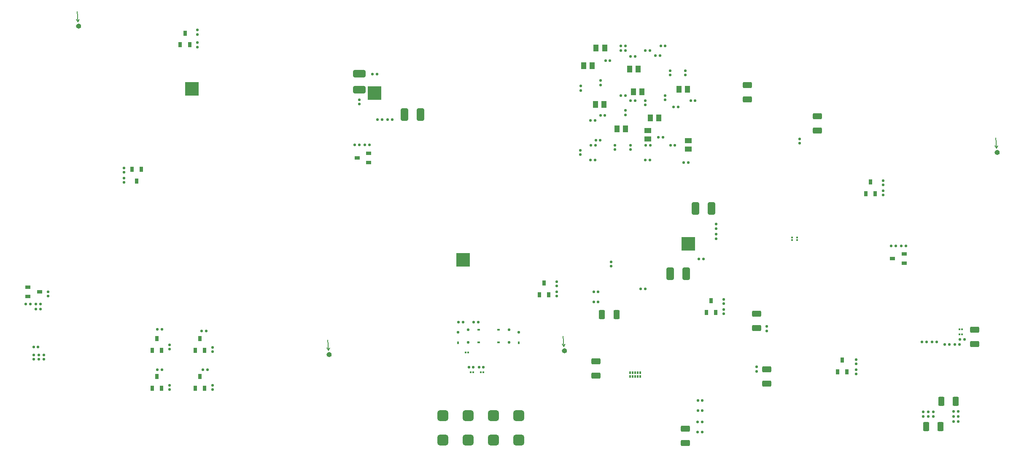
<source format=gbr>
%TF.GenerationSoftware,Altium Limited,Altium Designer,23.11.1 (41)*%
G04 Layer_Color=128*
%FSLAX45Y45*%
%MOMM*%
%TF.SameCoordinates,5B37CA9A-06B1-4671-AC7C-9F047A950D05*%
%TF.FilePolarity,Positive*%
%TF.FileFunction,Paste,Bot*%
%TF.Part,Single*%
G01*
G75*
%TA.AperFunction,SMDPad,CuDef*%
G04:AMPARAMS|DCode=16|XSize=2.5mm|YSize=1.5mm|CornerRadius=0.3mm|HoleSize=0mm|Usage=FLASHONLY|Rotation=90.000|XOffset=0mm|YOffset=0mm|HoleType=Round|Shape=RoundedRectangle|*
%AMROUNDEDRECTD16*
21,1,2.50000,0.90000,0,0,90.0*
21,1,1.90000,1.50000,0,0,90.0*
1,1,0.60000,0.45000,0.95000*
1,1,0.60000,0.45000,-0.95000*
1,1,0.60000,-0.45000,-0.95000*
1,1,0.60000,-0.45000,0.95000*
%
%ADD16ROUNDEDRECTD16*%
G04:AMPARAMS|DCode=17|XSize=1.8034mm|YSize=1.1938mm|CornerRadius=0.20295mm|HoleSize=0mm|Usage=FLASHONLY|Rotation=180.000|XOffset=0mm|YOffset=0mm|HoleType=Round|Shape=RoundedRectangle|*
%AMROUNDEDRECTD17*
21,1,1.80340,0.78791,0,0,180.0*
21,1,1.39751,1.19380,0,0,180.0*
1,1,0.40589,-0.69875,0.39395*
1,1,0.40589,0.69875,0.39395*
1,1,0.40589,0.69875,-0.39395*
1,1,0.40589,-0.69875,-0.39395*
%
%ADD17ROUNDEDRECTD17*%
G04:AMPARAMS|DCode=18|XSize=1.397mm|YSize=1.0922mm|CornerRadius=0.20206mm|HoleSize=0mm|Usage=FLASHONLY|Rotation=180.000|XOffset=0mm|YOffset=0mm|HoleType=Round|Shape=RoundedRectangle|*
%AMROUNDEDRECTD18*
21,1,1.39700,0.68809,0,0,180.0*
21,1,0.99289,1.09220,0,0,180.0*
1,1,0.40411,-0.49644,0.34404*
1,1,0.40411,0.49644,0.34404*
1,1,0.40411,0.49644,-0.34404*
1,1,0.40411,-0.49644,-0.34404*
%
%ADD18ROUNDEDRECTD18*%
G04:AMPARAMS|DCode=19|XSize=0.508mm|YSize=0.508mm|CornerRadius=0.1524mm|HoleSize=0mm|Usage=FLASHONLY|Rotation=180.000|XOffset=0mm|YOffset=0mm|HoleType=Round|Shape=RoundedRectangle|*
%AMROUNDEDRECTD19*
21,1,0.50800,0.20320,0,0,180.0*
21,1,0.20320,0.50800,0,0,180.0*
1,1,0.30480,-0.10160,0.10160*
1,1,0.30480,0.10160,0.10160*
1,1,0.30480,0.10160,-0.10160*
1,1,0.30480,-0.10160,-0.10160*
%
%ADD19ROUNDEDRECTD19*%
%ADD20R,0.45720X0.30480*%
G04:AMPARAMS|DCode=22|XSize=1.397mm|YSize=1.0922mm|CornerRadius=0.20206mm|HoleSize=0mm|Usage=FLASHONLY|Rotation=90.000|XOffset=0mm|YOffset=0mm|HoleType=Round|Shape=RoundedRectangle|*
%AMROUNDEDRECTD22*
21,1,1.39700,0.68809,0,0,90.0*
21,1,0.99289,1.09220,0,0,90.0*
1,1,0.40411,0.34404,0.49644*
1,1,0.40411,0.34404,-0.49644*
1,1,0.40411,-0.34404,-0.49644*
1,1,0.40411,-0.34404,0.49644*
%
%ADD22ROUNDEDRECTD22*%
G04:AMPARAMS|DCode=31|XSize=2.5mm|YSize=1.5mm|CornerRadius=0.3mm|HoleSize=0mm|Usage=FLASHONLY|Rotation=180.000|XOffset=0mm|YOffset=0mm|HoleType=Round|Shape=RoundedRectangle|*
%AMROUNDEDRECTD31*
21,1,2.50000,0.90000,0,0,180.0*
21,1,1.90000,1.50000,0,0,180.0*
1,1,0.60000,-0.95000,0.45000*
1,1,0.60000,0.95000,0.45000*
1,1,0.60000,0.95000,-0.45000*
1,1,0.60000,-0.95000,-0.45000*
%
%ADD31ROUNDEDRECTD31*%
%ADD35R,2.80000X2.80000*%
G04:AMPARAMS|DCode=38|XSize=0.508mm|YSize=0.508mm|CornerRadius=0.1524mm|HoleSize=0mm|Usage=FLASHONLY|Rotation=90.000|XOffset=0mm|YOffset=0mm|HoleType=Round|Shape=RoundedRectangle|*
%AMROUNDEDRECTD38*
21,1,0.50800,0.20320,0,0,90.0*
21,1,0.20320,0.50800,0,0,90.0*
1,1,0.30480,0.10160,0.10160*
1,1,0.30480,0.10160,-0.10160*
1,1,0.30480,-0.10160,-0.10160*
1,1,0.30480,-0.10160,0.10160*
%
%ADD38ROUNDEDRECTD38*%
%ADD41R,0.71120X1.01600*%
%ADD46R,2.80000X2.80000*%
%ADD52R,0.30480X0.45720*%
G04:AMPARAMS|DCode=53|XSize=1.8034mm|YSize=1.1938mm|CornerRadius=0.20295mm|HoleSize=0mm|Usage=FLASHONLY|Rotation=90.000|XOffset=0mm|YOffset=0mm|HoleType=Round|Shape=RoundedRectangle|*
%AMROUNDEDRECTD53*
21,1,1.80340,0.78791,0,0,90.0*
21,1,1.39751,1.19380,0,0,90.0*
1,1,0.40589,0.39395,0.69875*
1,1,0.40589,0.39395,-0.69875*
1,1,0.40589,-0.39395,-0.69875*
1,1,0.40589,-0.39395,0.69875*
%
%ADD53ROUNDEDRECTD53*%
%ADD63R,1.01600X0.71120*%
G04:AMPARAMS|DCode=65|XSize=2.26mm|YSize=2.16mm|CornerRadius=0.54mm|HoleSize=0mm|Usage=FLASHONLY|Rotation=180.000|XOffset=0mm|YOffset=0mm|HoleType=Round|Shape=RoundedRectangle|*
%AMROUNDEDRECTD65*
21,1,2.26000,1.08000,0,0,180.0*
21,1,1.18000,2.16000,0,0,180.0*
1,1,1.08000,-0.59000,0.54000*
1,1,1.08000,0.59000,0.54000*
1,1,1.08000,0.59000,-0.54000*
1,1,1.08000,-0.59000,-0.54000*
%
%ADD65ROUNDEDRECTD65*%
G04:AMPARAMS|DCode=86|XSize=0.59mm|YSize=0.45mm|CornerRadius=0.1125mm|HoleSize=0mm|Usage=FLASHONLY|Rotation=90.000|XOffset=0mm|YOffset=0mm|HoleType=Round|Shape=RoundedRectangle|*
%AMROUNDEDRECTD86*
21,1,0.59000,0.22500,0,0,90.0*
21,1,0.36500,0.45000,0,0,90.0*
1,1,0.22500,0.11250,0.18250*
1,1,0.22500,0.11250,-0.18250*
1,1,0.22500,-0.11250,-0.18250*
1,1,0.22500,-0.11250,0.18250*
%
%ADD86ROUNDEDRECTD86*%
%ADD87R,0.45000X0.59000*%
%ADD132R,0.30000X0.55000*%
%ADD133R,0.40000X0.55000*%
G04:AMPARAMS|DCode=134|XSize=0.59mm|YSize=0.45mm|CornerRadius=0.1125mm|HoleSize=0mm|Usage=FLASHONLY|Rotation=0.000|XOffset=0mm|YOffset=0mm|HoleType=Round|Shape=RoundedRectangle|*
%AMROUNDEDRECTD134*
21,1,0.59000,0.22500,0,0,0.0*
21,1,0.36500,0.45000,0,0,0.0*
1,1,0.22500,0.18250,-0.11250*
1,1,0.22500,-0.18250,-0.11250*
1,1,0.22500,-0.18250,0.11250*
1,1,0.22500,0.18250,0.11250*
%
%ADD134ROUNDEDRECTD134*%
%ADD135R,0.59000X0.45000*%
%TA.AperFunction,NonConductor*%
%ADD137C,0.12700*%
G36*
X6501600Y2692400D02*
Y2697325D01*
X6499678Y2706984D01*
X6495909Y2716084D01*
X6490437Y2724273D01*
X6483473Y2731237D01*
X6475284Y2736709D01*
X6466184Y2740478D01*
X6456525Y2742400D01*
X6451600D01*
X6446675D01*
X6437015Y2740478D01*
X6427916Y2736709D01*
X6419727Y2731237D01*
X6412762Y2724273D01*
X6407290Y2716084D01*
X6403521Y2706984D01*
X6401600Y2697325D01*
Y2692400D01*
Y2687475D01*
X6403521Y2677815D01*
X6407290Y2668716D01*
X6412762Y2660527D01*
X6419727Y2653562D01*
X6427916Y2648090D01*
X6437015Y2644321D01*
X6446675Y2642400D01*
X6451600D01*
X6456525D01*
X6466184Y2644321D01*
X6475284Y2648090D01*
X6483473Y2653562D01*
X6490437Y2660527D01*
X6495909Y2668716D01*
X6499678Y2677815D01*
X6501600Y2687475D01*
Y2692400D01*
D01*
D02*
G37*
G36*
X1472400Y9296400D02*
Y9301325D01*
X1470478Y9310984D01*
X1466709Y9320084D01*
X1461237Y9328273D01*
X1454273Y9335237D01*
X1446084Y9340709D01*
X1436984Y9344478D01*
X1427325Y9346400D01*
X1422400D01*
X1417475D01*
X1407815Y9344478D01*
X1398716Y9340709D01*
X1390527Y9335237D01*
X1383562Y9328273D01*
X1378090Y9320084D01*
X1374321Y9310984D01*
X1372400Y9301325D01*
Y9296400D01*
Y9291475D01*
X1374321Y9281815D01*
X1378090Y9272716D01*
X1383562Y9264527D01*
X1390527Y9257562D01*
X1398716Y9252090D01*
X1407815Y9248321D01*
X1417475Y9246400D01*
X1422400D01*
X1427325D01*
X1436984Y9248321D01*
X1446084Y9252090D01*
X1454273Y9257562D01*
X1461237Y9264527D01*
X1466709Y9272716D01*
X1470478Y9281815D01*
X1472400Y9291475D01*
Y9296400D01*
D01*
D02*
G37*
G36*
X11226000Y2768600D02*
Y2773525D01*
X11224078Y2783184D01*
X11220309Y2792284D01*
X11214837Y2800473D01*
X11207873Y2807437D01*
X11199684Y2812909D01*
X11190584Y2816678D01*
X11180925Y2818600D01*
X11176000D01*
X11171075D01*
X11161415Y2816678D01*
X11152316Y2812909D01*
X11144127Y2807437D01*
X11137162Y2800473D01*
X11131690Y2792284D01*
X11127921Y2783184D01*
X11126000Y2773525D01*
Y2768600D01*
Y2763675D01*
X11127921Y2754015D01*
X11131690Y2744916D01*
X11137162Y2736727D01*
X11144127Y2729762D01*
X11152316Y2724290D01*
X11161415Y2720521D01*
X11171075Y2718600D01*
X11176000D01*
X11180925D01*
X11190584Y2720521D01*
X11199684Y2724290D01*
X11207873Y2729762D01*
X11214837Y2736727D01*
X11220309Y2744916D01*
X11224078Y2754015D01*
X11226000Y2763675D01*
Y2768600D01*
D01*
D02*
G37*
G36*
X19912801Y6756400D02*
Y6761325D01*
X19910878Y6770984D01*
X19907109Y6780084D01*
X19901637Y6788273D01*
X19894673Y6795237D01*
X19886484Y6800709D01*
X19877383Y6804478D01*
X19867725Y6806400D01*
X19862801D01*
X19857875D01*
X19848215Y6804478D01*
X19839116Y6800709D01*
X19830927Y6795237D01*
X19823962Y6788273D01*
X19818491Y6780084D01*
X19814722Y6770984D01*
X19812801Y6761325D01*
Y6756400D01*
Y6751475D01*
X19814722Y6741815D01*
X19818491Y6732716D01*
X19823962Y6724527D01*
X19830927Y6717562D01*
X19839116Y6712090D01*
X19848215Y6708321D01*
X19857875Y6706400D01*
X19862801D01*
X19867725D01*
X19877383Y6708321D01*
X19886484Y6712090D01*
X19894673Y6717562D01*
X19901637Y6724527D01*
X19907109Y6732716D01*
X19910878Y6741815D01*
X19912801Y6751475D01*
Y6756400D01*
D01*
D02*
G37*
D16*
X8288000Y7518400D02*
D03*
X7968000D02*
D03*
X13810001Y5626100D02*
D03*
X14130000D02*
D03*
X13622000Y4318000D02*
D03*
X13302000D02*
D03*
D17*
X14845500Y7823200D02*
D03*
Y8112760D02*
D03*
X16255200Y7485380D02*
D03*
Y7195820D02*
D03*
X11811000Y2557780D02*
D03*
Y2268220D02*
D03*
X13601700Y1198880D02*
D03*
Y909320D02*
D03*
X19414000Y2903220D02*
D03*
Y3192780D02*
D03*
X15036800Y3220720D02*
D03*
Y3510280D02*
D03*
X15239999Y2392680D02*
D03*
Y2103120D02*
D03*
D18*
X13665199Y6823710D02*
D03*
Y6993890D02*
D03*
X12852400Y7026910D02*
D03*
Y7197090D02*
D03*
D19*
X11899976Y8111084D02*
D03*
Y8199984D02*
D03*
X11493500Y6800850D02*
D03*
Y6711950D02*
D03*
X17031837Y2593285D02*
D03*
Y2504385D02*
D03*
Y2390085D02*
D03*
Y2301185D02*
D03*
X812800Y3956050D02*
D03*
Y3867150D02*
D03*
X17576801Y6191250D02*
D03*
Y6102350D02*
D03*
Y5899150D02*
D03*
Y5988050D02*
D03*
X14376401Y3511550D02*
D03*
Y3600450D02*
D03*
Y3803650D02*
D03*
Y3714750D02*
D03*
X11023600Y4159250D02*
D03*
Y4070350D02*
D03*
Y3867150D02*
D03*
Y3956050D02*
D03*
X3804920Y8874850D02*
D03*
Y8963750D02*
D03*
Y9217750D02*
D03*
Y9128850D02*
D03*
X2336800Y6153150D02*
D03*
Y6242050D02*
D03*
Y6356350D02*
D03*
Y6445250D02*
D03*
X723900Y2597150D02*
D03*
Y2686050D02*
D03*
X622300D02*
D03*
Y2597150D02*
D03*
X520700Y2686050D02*
D03*
Y2597150D02*
D03*
X12499975Y6811086D02*
D03*
Y6899986D02*
D03*
X12192000Y6813550D02*
D03*
Y6902450D02*
D03*
X13199974Y7811084D02*
D03*
Y7899984D02*
D03*
X13599973Y8311083D02*
D03*
Y8399983D02*
D03*
X13299977Y8311087D02*
D03*
Y8399987D02*
D03*
X12399975Y7511085D02*
D03*
Y7599985D02*
D03*
X12799974Y7711084D02*
D03*
Y7799984D02*
D03*
X11499977Y8088887D02*
D03*
Y7999987D02*
D03*
X15899600Y7029450D02*
D03*
Y6940550D02*
D03*
X7061200Y7727950D02*
D03*
Y7816850D02*
D03*
X14224001Y5022850D02*
D03*
Y5111750D02*
D03*
Y5226050D02*
D03*
Y5314950D02*
D03*
X4114800Y2838450D02*
D03*
Y2749550D02*
D03*
X3251200Y2889250D02*
D03*
Y2800350D02*
D03*
X4114800Y1987550D02*
D03*
Y2076450D02*
D03*
X3251200D02*
D03*
Y1987550D02*
D03*
X12113377Y4465337D02*
D03*
Y4554237D02*
D03*
X18376410Y1450050D02*
D03*
Y1538950D02*
D03*
X18478011Y1450050D02*
D03*
Y1538950D02*
D03*
X18579610Y1450050D02*
D03*
Y1538950D02*
D03*
X15239999Y3168650D02*
D03*
Y3257550D02*
D03*
X15036800Y2444750D02*
D03*
Y2355850D02*
D03*
D20*
X15849600Y5046980D02*
D03*
Y4991100D02*
D03*
X15748000Y5046980D02*
D03*
Y4991100D02*
D03*
D22*
X12734290Y7975600D02*
D03*
X12564110D02*
D03*
X12404090Y7226300D02*
D03*
X12233910D02*
D03*
X13648689Y8026400D02*
D03*
X13478510D02*
D03*
X12487910Y8432800D02*
D03*
X12658090D02*
D03*
X11735067Y8499983D02*
D03*
X11564887D02*
D03*
X11982450Y8856980D02*
D03*
X11812270D02*
D03*
X11802110Y7721600D02*
D03*
X11972290D02*
D03*
X12901930Y7452360D02*
D03*
X13072110D02*
D03*
D31*
X7061200Y8018800D02*
D03*
Y8338800D02*
D03*
D35*
X7367400Y7951810D02*
D03*
X3699835Y8034840D02*
D03*
X9139300Y4596000D02*
D03*
D38*
X12311075Y7899984D02*
D03*
X12399975D02*
D03*
X11899976Y7499985D02*
D03*
X11988876D02*
D03*
X11804650Y6997700D02*
D03*
X11893550D02*
D03*
X11711076Y6899986D02*
D03*
X11799976D02*
D03*
X13455650Y7670800D02*
D03*
X13366750D02*
D03*
X361950Y3708400D02*
D03*
X450850D02*
D03*
X654050D02*
D03*
X565150D02*
D03*
Y3606800D02*
D03*
X654050D02*
D03*
X6965950Y6908800D02*
D03*
X7054850D02*
D03*
X7258050D02*
D03*
X7169150D02*
D03*
X17938750Y4876800D02*
D03*
X18027650D02*
D03*
X17735550D02*
D03*
X17824451D02*
D03*
X520700Y2844800D02*
D03*
X609600D02*
D03*
X13658850Y6553200D02*
D03*
X13569949D02*
D03*
X13392149Y6896100D02*
D03*
X13303250D02*
D03*
X13711072Y7799984D02*
D03*
X13799973D02*
D03*
X12799974Y8799982D02*
D03*
X12888873D02*
D03*
X13004800Y8699500D02*
D03*
X13093700D02*
D03*
X13111073Y8899982D02*
D03*
X13199974D02*
D03*
X12399977Y8799987D02*
D03*
X12311077D02*
D03*
X11699977Y7399985D02*
D03*
X11788877D02*
D03*
X13061951Y7061200D02*
D03*
X13150850D02*
D03*
X12807950Y6901180D02*
D03*
X12896851D02*
D03*
X12889230Y6601460D02*
D03*
X12800330D02*
D03*
X12503150Y7797800D02*
D03*
X12592050D02*
D03*
X12088876Y8599983D02*
D03*
X11999976D02*
D03*
X12592050Y8686800D02*
D03*
X12503150D02*
D03*
X12399975Y8899982D02*
D03*
X12311075D02*
D03*
X7410450Y8331200D02*
D03*
X7321550D02*
D03*
X7423150Y7416800D02*
D03*
X7512050D02*
D03*
X7626350D02*
D03*
X7715250D02*
D03*
X13874750Y4610100D02*
D03*
X13963651D02*
D03*
X3983990Y3162390D02*
D03*
X3895090D02*
D03*
X3092450Y3200400D02*
D03*
X3003550D02*
D03*
X4006850Y2387600D02*
D03*
X3917950D02*
D03*
X3092450D02*
D03*
X3003550D02*
D03*
X13938251Y1130300D02*
D03*
X13849350D02*
D03*
X13944600Y1564640D02*
D03*
X13855701D02*
D03*
X13944600Y1767840D02*
D03*
X13855701D02*
D03*
X13938251Y1333500D02*
D03*
X13849350D02*
D03*
X11853027Y3950987D02*
D03*
X11764127D02*
D03*
X11853027Y3747787D02*
D03*
X11764127D02*
D03*
X12706350Y4013200D02*
D03*
X12795250D02*
D03*
X18556750Y2946400D02*
D03*
X18645650D02*
D03*
X18442450D02*
D03*
X18353551D02*
D03*
X18899651Y2895600D02*
D03*
X18810750D02*
D03*
X19013950D02*
D03*
X19102850D02*
D03*
X18992360Y1342100D02*
D03*
X19081261D02*
D03*
X18992360Y1545300D02*
D03*
X19081261D02*
D03*
X18992360Y1443700D02*
D03*
X19081261D02*
D03*
X19115550Y2997200D02*
D03*
X19204449D02*
D03*
X9353550Y3340100D02*
D03*
X9442450D02*
D03*
X9137650D02*
D03*
X9048750D02*
D03*
X9461500Y2438400D02*
D03*
X9550400D02*
D03*
X9258300D02*
D03*
X9347200D02*
D03*
X11788877Y6599987D02*
D03*
X11699977D02*
D03*
D41*
X16754977Y2576865D02*
D03*
X16848958Y2343185D02*
D03*
X16660999D02*
D03*
X17322800Y6162040D02*
D03*
X17416780Y5928360D02*
D03*
X17228819D02*
D03*
X14122400Y3774440D02*
D03*
X14216380Y3540760D02*
D03*
X14028419D02*
D03*
X10675620Y3896360D02*
D03*
X10769600Y4130040D02*
D03*
X10863580Y3896360D02*
D03*
X3558540Y9152980D02*
D03*
X3652520Y8919300D02*
D03*
X3464560D02*
D03*
X2590800Y6182360D02*
D03*
X2496820Y6416040D02*
D03*
X2684780D02*
D03*
X3860800Y3012440D02*
D03*
X3954780Y2778760D02*
D03*
X3766820D02*
D03*
X2903220D02*
D03*
X2997200Y3012440D02*
D03*
X3091180Y2778760D02*
D03*
X3766820Y2016760D02*
D03*
X3860800Y2250440D02*
D03*
X3954780Y2016760D02*
D03*
X2903220D02*
D03*
X2997200Y2250440D02*
D03*
X3091180Y2016760D02*
D03*
D46*
X13665199Y4914900D02*
D03*
D52*
X19104120Y3098800D02*
D03*
X19160001D02*
D03*
X19104120Y3200400D02*
D03*
X19160001D02*
D03*
X9189720Y2730500D02*
D03*
X9245600D02*
D03*
X9494520Y2336800D02*
D03*
X9550400D02*
D03*
X9347200D02*
D03*
X9291320D02*
D03*
D53*
X12220057Y3493787D02*
D03*
X11930497D02*
D03*
X18434830Y1240500D02*
D03*
X18724390D02*
D03*
X19029190Y1748500D02*
D03*
X18739630D02*
D03*
D63*
X640080Y3954780D02*
D03*
X406400Y3860800D02*
D03*
Y4048760D02*
D03*
X7014210Y6642100D02*
D03*
X7247890Y6736080D02*
D03*
Y6548120D02*
D03*
X17764760Y4622800D02*
D03*
X17998441Y4716780D02*
D03*
Y4528820D02*
D03*
D65*
X10261600Y1464200D02*
D03*
Y974200D02*
D03*
X9753600Y1464200D02*
D03*
Y974200D02*
D03*
X9245600Y1464200D02*
D03*
Y974200D02*
D03*
X8737600Y1464200D02*
D03*
Y974200D02*
D03*
D86*
X9042400Y3140300D02*
D03*
X10261600D02*
D03*
D87*
X9042400Y2930300D02*
D03*
X10261600D02*
D03*
D132*
X12698400Y2247500D02*
D03*
X12648400D02*
D03*
X12548400D02*
D03*
X12498400D02*
D03*
X12698400Y2324500D02*
D03*
X12648400D02*
D03*
X12548400D02*
D03*
X12498400D02*
D03*
D133*
X12598400Y2247500D02*
D03*
Y2324500D02*
D03*
D134*
X9242200Y2933700D02*
D03*
Y3187700D02*
D03*
X10061800Y2933700D02*
D03*
Y3187700D02*
D03*
D135*
X9452200Y2933700D02*
D03*
Y3187700D02*
D03*
X9851800Y2933700D02*
D03*
Y3187700D02*
D03*
D137*
X1394460Y9593580D02*
X1412240Y9377680D01*
X1379220Y9431020D02*
X1412240Y9377680D01*
X1435100Y9433560D01*
X11148060Y3065780D02*
X11165840Y2849880D01*
X11132820Y2903220D02*
X11165840Y2849880D01*
X11188700Y2905760D01*
X6423660Y2989580D02*
X6441440Y2773680D01*
X6408420Y2827020D02*
X6441440Y2773680D01*
X6464300Y2829560D01*
X19834860Y7053580D02*
X19852640Y6837680D01*
X19819620Y6891020D02*
X19852640Y6837680D01*
X19875500Y6893560D01*
%TF.MD5,0c2f7dbdf4c410da0faa2bfffca85b5d*%
M02*

</source>
